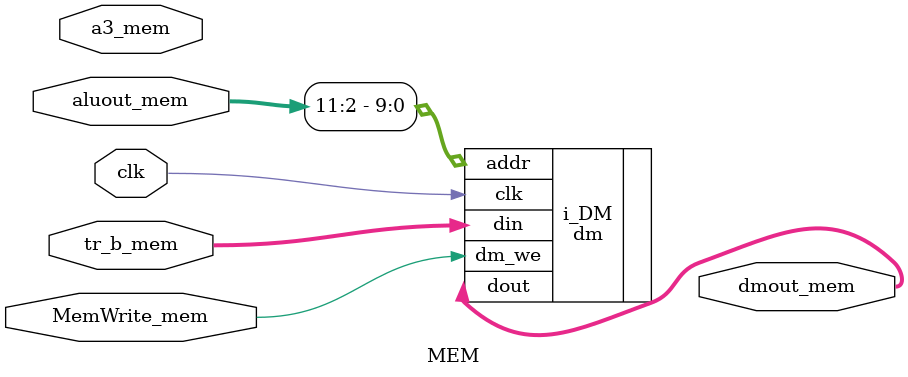
<source format=v>
`timescale 1ns / 1ps
module MEM(
	input clk,
	input MemWrite_mem,
	input [31:0]aluout_mem,tr_b_mem,
	input [4:0]a3_mem,
/*=========================================================================================================*/
	output [31:0]dmout_mem
    );
/*=========================================================================================================*/
	dm i_DM(	.addr(aluout_mem[11:2]),  
				.din(tr_b_mem), 
				.dm_we(MemWrite_mem), 
				.clk(clk), 
	  /*out*/.dout(dmout_mem));
/*=========================================================================================================*/
endmodule

</source>
